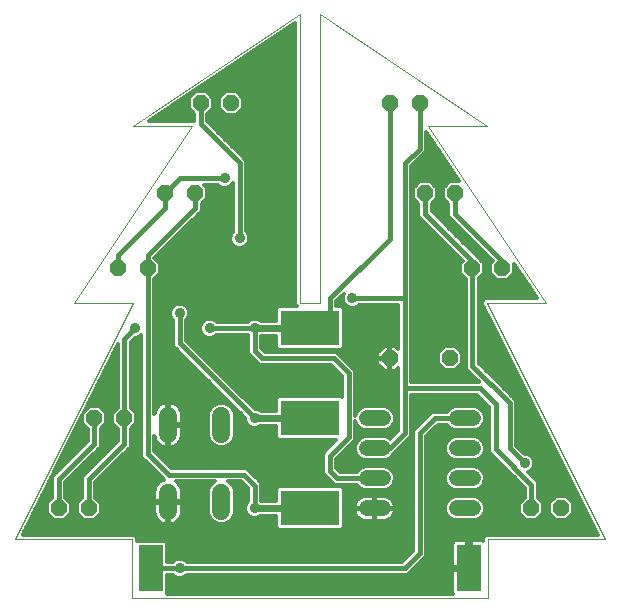
<source format=gbl>
G75*
G70*
%OFA0B0*%
%FSLAX24Y24*%
%IPPOS*%
%LPD*%
%AMOC8*
5,1,8,0,0,1.08239X$1,22.5*
%
%ADD10C,0.0000*%
%ADD11OC8,0.0520*%
%ADD12C,0.0520*%
%ADD13C,0.0600*%
%ADD14R,0.1969X0.1181*%
%ADD15R,0.0787X0.1575*%
%ADD16C,0.0160*%
%ADD17C,0.0357*%
%ADD18C,0.0120*%
%ADD19C,0.0240*%
D10*
X000665Y002634D02*
X004602Y010508D01*
X002634Y010508D01*
X006571Y016413D01*
X004602Y016413D01*
X010173Y020144D01*
X010173Y010508D01*
X010842Y010508D01*
X010842Y020144D01*
X016413Y016413D01*
X014445Y016413D01*
X018382Y010508D01*
X016413Y010508D01*
X020350Y002634D01*
X016445Y002634D01*
X016445Y000665D01*
X004571Y000665D01*
X004571Y002634D01*
X000665Y002634D01*
D11*
X002134Y003665D03*
X003134Y003665D03*
X003315Y006665D03*
X004315Y006665D03*
X004102Y011665D03*
X005102Y011665D03*
X005677Y014165D03*
X006677Y014165D03*
X006858Y017165D03*
X007858Y017165D03*
X013157Y017165D03*
X014157Y017165D03*
X014338Y014165D03*
X015338Y014165D03*
X015913Y011665D03*
X016913Y011665D03*
X015165Y008665D03*
X013165Y008665D03*
X017882Y003665D03*
X018882Y003665D03*
D12*
X015925Y003665D02*
X015405Y003665D01*
X015405Y004665D02*
X015925Y004665D01*
X015925Y005665D02*
X015405Y005665D01*
X015405Y006665D02*
X015925Y006665D01*
X012925Y006665D02*
X012405Y006665D01*
X012405Y005665D02*
X012925Y005665D01*
X012925Y004665D02*
X012405Y004665D01*
X012405Y003665D02*
X012925Y003665D01*
D13*
X007555Y003585D02*
X007555Y004185D01*
X005775Y004185D02*
X005775Y003585D01*
X005775Y006145D02*
X005775Y006745D01*
X007555Y006745D02*
X007555Y006145D01*
D14*
X010508Y006665D03*
X010508Y003665D03*
X010508Y009665D03*
D15*
X015807Y001665D03*
X005209Y001665D03*
D16*
X005665Y001665D01*
X006165Y001665D01*
X013665Y001665D01*
X014165Y002165D01*
X014165Y006165D01*
X014665Y006665D01*
X015665Y006665D01*
X016165Y007665D02*
X013665Y007665D01*
X013665Y006165D01*
X013165Y005665D01*
X012665Y005665D01*
X011790Y006040D02*
X011790Y008165D01*
X011290Y008665D01*
X008915Y008665D01*
X008665Y008915D01*
X008665Y009665D01*
X007165Y009665D01*
X006165Y009165D02*
X008665Y006665D01*
X008290Y004790D02*
X008665Y004415D01*
X008665Y003665D01*
X008290Y004790D02*
X005790Y004790D01*
X005102Y005478D01*
X005102Y011665D01*
X005102Y012102D01*
X006677Y013677D01*
X006677Y014165D01*
X006177Y014665D02*
X007665Y014665D01*
X008165Y015165D02*
X008165Y012665D01*
X006177Y014665D02*
X005677Y014165D01*
X005677Y013677D01*
X004102Y012102D01*
X004102Y011665D01*
X004665Y009665D02*
X004315Y009315D01*
X004315Y006665D01*
X004315Y005815D01*
X003134Y004634D01*
X003134Y003665D01*
X002134Y003665D02*
X002134Y004634D01*
X003315Y005815D01*
X003315Y006665D01*
X006165Y009165D02*
X006165Y010165D01*
X010508Y009665D02*
X010665Y009665D01*
X011165Y010165D01*
X011165Y010665D01*
X013157Y012657D01*
X013157Y017165D01*
X014157Y017165D02*
X014157Y015657D01*
X013665Y015165D01*
X013665Y010665D01*
X013665Y007665D01*
X011790Y006040D02*
X011165Y005415D01*
X011165Y004915D01*
X011415Y004665D01*
X012665Y004665D01*
X014665Y001665D02*
X015807Y001665D01*
X017882Y003665D02*
X017882Y004449D01*
X016701Y005630D01*
X016701Y007130D01*
X016165Y007665D01*
X015913Y008417D02*
X017165Y007165D01*
X017165Y005665D01*
X017665Y005165D01*
X015913Y008417D02*
X015913Y011665D01*
X015913Y011917D01*
X014338Y013492D01*
X014338Y014165D01*
X015338Y014165D02*
X015338Y013492D01*
X016913Y011917D01*
X016913Y011665D01*
X013665Y010665D02*
X011915Y010665D01*
X008165Y015165D02*
X006858Y016472D01*
X006858Y017165D01*
D17*
X007665Y014665D03*
X008165Y012665D03*
X006165Y010165D03*
X007165Y009665D03*
X008665Y009665D03*
X008665Y006665D03*
X008665Y003665D03*
X006165Y001665D03*
X004665Y009665D03*
X011915Y010665D03*
X017665Y005165D03*
X014665Y001665D03*
D18*
X014280Y001969D02*
X015253Y001969D01*
X015253Y001851D02*
X014162Y001851D01*
X014043Y001732D02*
X015253Y001732D01*
X015253Y001725D02*
X015747Y001725D01*
X015747Y001605D01*
X015253Y001605D01*
X015253Y000857D01*
X015262Y000825D01*
X005742Y000825D01*
X005742Y001445D01*
X005756Y001445D01*
X005935Y001445D01*
X005985Y001395D01*
X006102Y001347D01*
X006229Y001347D01*
X006346Y001395D01*
X006396Y001445D01*
X013756Y001445D01*
X013885Y001574D01*
X014385Y002074D01*
X014385Y002256D01*
X014385Y006074D01*
X014756Y006445D01*
X015063Y006445D01*
X015066Y006439D01*
X015179Y006326D01*
X015326Y006265D01*
X016005Y006265D01*
X016152Y006326D01*
X016264Y006439D01*
X016325Y006586D01*
X016325Y006745D01*
X016264Y006892D01*
X016152Y007004D01*
X016005Y007065D01*
X015326Y007065D01*
X015179Y007004D01*
X015066Y006892D01*
X015063Y006885D01*
X014756Y006885D01*
X014574Y006885D01*
X014074Y006385D01*
X013945Y006256D01*
X013945Y002256D01*
X013574Y001885D01*
X006396Y001885D01*
X006346Y001935D01*
X006229Y001984D01*
X006102Y001984D01*
X005985Y001935D01*
X005935Y001885D01*
X005756Y001885D01*
X005742Y001885D01*
X005742Y002511D01*
X005660Y002593D01*
X004757Y002593D01*
X004731Y002567D01*
X004731Y002700D01*
X004637Y002794D01*
X000924Y002794D01*
X002915Y006775D01*
X002915Y006500D01*
X003095Y006320D01*
X003095Y005906D01*
X002043Y004854D01*
X001914Y004725D01*
X001914Y004011D01*
X001734Y003831D01*
X001734Y003500D01*
X001968Y003265D01*
X002299Y003265D01*
X002534Y003500D01*
X002534Y003831D01*
X002354Y004011D01*
X002354Y004543D01*
X003535Y005724D01*
X003535Y005906D01*
X003535Y006320D01*
X003715Y006500D01*
X003715Y006831D01*
X003480Y007065D01*
X003149Y007065D01*
X002971Y006887D01*
X004095Y009135D01*
X004095Y007011D01*
X003915Y006831D01*
X003915Y006500D01*
X004095Y006320D01*
X004095Y005906D01*
X003043Y004854D01*
X002914Y004725D01*
X002914Y004011D01*
X002734Y003831D01*
X002734Y003500D01*
X002968Y003265D01*
X003299Y003265D01*
X003534Y003500D01*
X003534Y003831D01*
X003354Y004011D01*
X003354Y004543D01*
X004535Y005724D01*
X004535Y005906D01*
X004535Y006320D01*
X004715Y006500D01*
X004715Y006831D01*
X004535Y007011D01*
X004535Y009224D01*
X004658Y009347D01*
X004729Y009347D01*
X004846Y009395D01*
X004882Y009432D01*
X004882Y005569D01*
X004882Y005387D01*
X005570Y004699D01*
X005643Y004626D01*
X005599Y004611D01*
X005534Y004579D01*
X005476Y004536D01*
X005424Y004485D01*
X005382Y004426D01*
X005349Y004362D01*
X005327Y004293D01*
X005315Y004221D01*
X005315Y003925D01*
X005735Y003925D01*
X005735Y003845D01*
X005815Y003845D01*
X005815Y003126D01*
X005883Y003137D01*
X005952Y003159D01*
X006016Y003192D01*
X006075Y003234D01*
X006126Y003286D01*
X006169Y003344D01*
X006201Y003409D01*
X006224Y003477D01*
X006235Y003549D01*
X006235Y003845D01*
X005815Y003845D01*
X005815Y003925D01*
X006235Y003925D01*
X006235Y004221D01*
X006224Y004293D01*
X006201Y004362D01*
X006169Y004426D01*
X006126Y004485D01*
X006075Y004536D01*
X006028Y004570D01*
X007335Y004570D01*
X007306Y004558D01*
X007182Y004434D01*
X007115Y004273D01*
X007115Y003498D01*
X007182Y003336D01*
X007306Y003212D01*
X007468Y003145D01*
X007643Y003145D01*
X007804Y003212D01*
X007928Y003336D01*
X007995Y003498D01*
X007995Y004273D01*
X007928Y004434D01*
X007804Y004558D01*
X007775Y004570D01*
X008199Y004570D01*
X008445Y004324D01*
X008445Y003896D01*
X008395Y003846D01*
X008347Y003729D01*
X008347Y003602D01*
X008395Y003485D01*
X008485Y003395D01*
X008602Y003347D01*
X008729Y003347D01*
X008846Y003395D01*
X008856Y003405D01*
X009383Y003405D01*
X009383Y003017D01*
X009465Y002935D01*
X011550Y002935D01*
X011632Y003017D01*
X011632Y004314D01*
X011550Y004396D01*
X009465Y004396D01*
X009383Y004314D01*
X009383Y003925D01*
X008885Y003925D01*
X008885Y004506D01*
X008756Y004635D01*
X008381Y005010D01*
X008199Y005010D01*
X005881Y005010D01*
X005322Y005569D01*
X005322Y006065D01*
X005327Y006037D01*
X005349Y005969D01*
X005382Y005904D01*
X005424Y005846D01*
X005476Y005794D01*
X005534Y005752D01*
X005599Y005719D01*
X005667Y005697D01*
X005735Y005686D01*
X005735Y006405D01*
X005815Y006405D01*
X005815Y005686D01*
X005883Y005697D01*
X005952Y005719D01*
X006016Y005752D01*
X006075Y005794D01*
X006126Y005846D01*
X006169Y005904D01*
X006201Y005969D01*
X006224Y006037D01*
X006235Y006109D01*
X006235Y006405D01*
X005815Y006405D01*
X005815Y006485D01*
X005735Y006485D01*
X005735Y007205D01*
X005667Y007194D01*
X005599Y007171D01*
X005534Y007139D01*
X005476Y007096D01*
X005424Y007045D01*
X005382Y006986D01*
X005349Y006922D01*
X005327Y006853D01*
X005322Y006825D01*
X005322Y011320D01*
X005502Y011500D01*
X005502Y011831D01*
X005322Y012011D01*
X006897Y013586D01*
X006897Y013768D01*
X006897Y013820D01*
X007077Y014000D01*
X007077Y014331D01*
X006963Y014445D01*
X007435Y014445D01*
X007485Y014395D01*
X007602Y014347D01*
X007729Y014347D01*
X007846Y014395D01*
X007935Y014485D01*
X007945Y014509D01*
X007945Y012895D01*
X007895Y012846D01*
X007847Y012729D01*
X007847Y012602D01*
X007895Y012485D01*
X007985Y012395D01*
X008102Y012347D01*
X008229Y012347D01*
X008346Y012395D01*
X008435Y012485D01*
X008484Y012602D01*
X008484Y012729D01*
X008435Y012846D01*
X008385Y012895D01*
X008385Y015256D01*
X008256Y015385D01*
X007078Y016563D01*
X007078Y016820D01*
X007258Y017000D01*
X007258Y017331D01*
X007024Y017565D01*
X006692Y017565D01*
X006458Y017331D01*
X006458Y017000D01*
X006638Y016820D01*
X006638Y016572D01*
X006637Y016573D01*
X006619Y016573D01*
X006604Y016583D01*
X006555Y016573D01*
X005129Y016573D01*
X010013Y019844D01*
X010013Y010574D01*
X010013Y010441D01*
X010059Y010396D01*
X009465Y010396D01*
X009383Y010314D01*
X009383Y009925D01*
X008856Y009925D01*
X008846Y009935D01*
X008729Y009984D01*
X008602Y009984D01*
X008485Y009935D01*
X008435Y009885D01*
X007396Y009885D01*
X007346Y009935D01*
X007229Y009984D01*
X007102Y009984D01*
X006985Y009935D01*
X006895Y009846D01*
X006847Y009729D01*
X006847Y009602D01*
X006895Y009485D01*
X006985Y009395D01*
X007102Y009347D01*
X007229Y009347D01*
X007346Y009395D01*
X007396Y009445D01*
X008435Y009445D01*
X008445Y009435D01*
X008445Y008824D01*
X008574Y008695D01*
X008824Y008445D01*
X009006Y008445D01*
X011199Y008445D01*
X011570Y008074D01*
X011570Y007375D01*
X011550Y007396D01*
X009465Y007396D01*
X009383Y007314D01*
X009383Y006925D01*
X008856Y006925D01*
X008846Y006935D01*
X008729Y006984D01*
X008658Y006984D01*
X006385Y009256D01*
X006385Y009935D01*
X006435Y009985D01*
X006484Y010102D01*
X006484Y010229D01*
X006435Y010346D01*
X006346Y010435D01*
X006229Y010484D01*
X006102Y010484D01*
X005985Y010435D01*
X005895Y010346D01*
X005847Y010229D01*
X005847Y010102D01*
X005895Y009985D01*
X005945Y009935D01*
X005945Y009256D01*
X005945Y009074D01*
X008347Y006672D01*
X008347Y006602D01*
X008395Y006485D01*
X008485Y006395D01*
X008602Y006347D01*
X008729Y006347D01*
X008846Y006395D01*
X008856Y006405D01*
X009383Y006405D01*
X009383Y006017D01*
X009465Y005935D01*
X011374Y005935D01*
X010945Y005506D01*
X010945Y005324D01*
X010945Y004824D01*
X011074Y004695D01*
X011324Y004445D01*
X011506Y004445D01*
X012063Y004445D01*
X012066Y004439D01*
X012179Y004326D01*
X012326Y004265D01*
X013005Y004265D01*
X013152Y004326D01*
X013264Y004439D01*
X013325Y004586D01*
X013325Y004745D01*
X013264Y004892D01*
X013152Y005004D01*
X013005Y005065D01*
X012326Y005065D01*
X012179Y005004D01*
X012066Y004892D01*
X012063Y004885D01*
X011506Y004885D01*
X011385Y005006D01*
X011385Y005324D01*
X012010Y005949D01*
X012010Y006131D01*
X012010Y006574D01*
X012066Y006439D01*
X012179Y006326D01*
X012326Y006265D01*
X013005Y006265D01*
X013152Y006326D01*
X013264Y006439D01*
X013325Y006586D01*
X013325Y006745D01*
X013264Y006892D01*
X013152Y007004D01*
X013005Y007065D01*
X012326Y007065D01*
X012179Y007004D01*
X012066Y006892D01*
X012010Y006757D01*
X012010Y008074D01*
X012010Y008256D01*
X011510Y008756D01*
X011381Y008885D01*
X009006Y008885D01*
X008885Y009006D01*
X008885Y009405D01*
X009383Y009405D01*
X009383Y009017D01*
X009465Y008935D01*
X011550Y008935D01*
X011632Y009017D01*
X011632Y010314D01*
X011550Y010396D01*
X011385Y010396D01*
X011385Y010574D01*
X011637Y010826D01*
X011597Y010729D01*
X011597Y010602D01*
X011645Y010485D01*
X011735Y010395D01*
X011852Y010347D01*
X011979Y010347D01*
X012096Y010395D01*
X012146Y010445D01*
X013445Y010445D01*
X013445Y008979D01*
X013339Y009085D01*
X013185Y009085D01*
X013185Y008685D01*
X013145Y008685D01*
X013145Y008645D01*
X013185Y008645D01*
X013185Y008245D01*
X013339Y008245D01*
X013445Y008351D01*
X013445Y007756D01*
X013445Y006256D01*
X013172Y005984D01*
X013152Y006004D01*
X013005Y006065D01*
X012326Y006065D01*
X012179Y006004D01*
X012066Y005892D01*
X012005Y005745D01*
X012005Y005586D01*
X012066Y005439D01*
X012179Y005326D01*
X012326Y005265D01*
X013005Y005265D01*
X013152Y005326D01*
X013264Y005439D01*
X013275Y005463D01*
X013385Y005574D01*
X013885Y006074D01*
X013885Y006256D01*
X013885Y007445D01*
X016074Y007445D01*
X016481Y007039D01*
X016481Y005539D01*
X016609Y005410D01*
X016610Y005410D01*
X017662Y004358D01*
X017662Y004011D01*
X017482Y003831D01*
X017482Y003500D01*
X017716Y003265D01*
X018047Y003265D01*
X018282Y003500D01*
X018282Y003831D01*
X018102Y004011D01*
X018102Y004358D01*
X018102Y004540D01*
X017775Y004866D01*
X017846Y004895D01*
X017935Y004985D01*
X017984Y005102D01*
X017984Y005229D01*
X017935Y005346D01*
X017846Y005435D01*
X017729Y005484D01*
X017658Y005484D01*
X017385Y005756D01*
X017385Y007256D01*
X017256Y007385D01*
X016133Y008508D01*
X016133Y011320D01*
X016313Y011500D01*
X016313Y011831D01*
X016079Y012065D01*
X016076Y012065D01*
X016004Y012137D01*
X014558Y013583D01*
X014558Y013820D01*
X014738Y014000D01*
X014738Y014331D01*
X014504Y014565D01*
X014173Y014565D01*
X013938Y014331D01*
X013938Y014000D01*
X014118Y013820D01*
X014118Y013583D01*
X014118Y013401D01*
X015601Y011918D01*
X015513Y011831D01*
X015513Y011500D01*
X015693Y011320D01*
X015693Y008508D01*
X015693Y008326D01*
X016134Y007885D01*
X013885Y007885D01*
X013885Y010756D01*
X013885Y015074D01*
X014377Y015566D01*
X014377Y015748D01*
X014377Y016226D01*
X015484Y014565D01*
X015173Y014565D01*
X014938Y014331D01*
X014938Y014000D01*
X015118Y013820D01*
X015118Y013401D01*
X015247Y013272D01*
X016601Y011918D01*
X016513Y011831D01*
X016513Y011500D01*
X016748Y011265D01*
X017079Y011265D01*
X017313Y011500D01*
X017313Y011822D01*
X018082Y010668D01*
X016439Y010668D01*
X016401Y010681D01*
X016375Y010668D01*
X016347Y010668D01*
X016318Y010639D01*
X016282Y010621D01*
X016273Y010594D01*
X016253Y010574D01*
X016253Y010534D01*
X016240Y010495D01*
X016253Y010470D01*
X016253Y010441D01*
X016282Y010413D01*
X020091Y002794D01*
X016378Y002794D01*
X016285Y002700D01*
X016285Y002589D01*
X016262Y002602D01*
X016222Y002613D01*
X015867Y002613D01*
X015867Y001725D01*
X015747Y001725D01*
X015747Y002613D01*
X015392Y002613D01*
X015351Y002602D01*
X015315Y002581D01*
X015285Y002551D01*
X015264Y002514D01*
X015253Y002474D01*
X015253Y001725D01*
X015253Y001495D02*
X013806Y001495D01*
X013925Y001614D02*
X015747Y001614D01*
X015747Y001732D02*
X015867Y001732D01*
X015867Y001851D02*
X015747Y001851D01*
X015747Y001969D02*
X015867Y001969D01*
X015867Y002088D02*
X015747Y002088D01*
X015747Y002206D02*
X015867Y002206D01*
X015867Y002325D02*
X015747Y002325D01*
X015747Y002443D02*
X015867Y002443D01*
X015867Y002562D02*
X015747Y002562D01*
X015296Y002562D02*
X014385Y002562D01*
X014385Y002680D02*
X016285Y002680D01*
X016024Y003273D02*
X017708Y003273D01*
X017590Y003392D02*
X016217Y003392D01*
X016264Y003439D02*
X016152Y003326D01*
X016005Y003265D01*
X015326Y003265D01*
X015179Y003326D01*
X015066Y003439D01*
X015005Y003586D01*
X015005Y003745D01*
X015066Y003892D01*
X015179Y004004D01*
X015326Y004065D01*
X016005Y004065D01*
X016152Y004004D01*
X016264Y003892D01*
X016325Y003745D01*
X016325Y003586D01*
X016264Y003439D01*
X016294Y003510D02*
X017482Y003510D01*
X017482Y003629D02*
X016325Y003629D01*
X016324Y003747D02*
X017482Y003747D01*
X017517Y003866D02*
X016275Y003866D01*
X016172Y003984D02*
X017635Y003984D01*
X017662Y004103D02*
X014385Y004103D01*
X014385Y004221D02*
X017662Y004221D01*
X017662Y004340D02*
X016166Y004340D01*
X016152Y004326D02*
X016264Y004439D01*
X016325Y004586D01*
X016325Y004745D01*
X016264Y004892D01*
X016152Y005004D01*
X016005Y005065D01*
X015326Y005065D01*
X015179Y005004D01*
X015066Y004892D01*
X015005Y004745D01*
X015005Y004586D01*
X015066Y004439D01*
X015179Y004326D01*
X015326Y004265D01*
X016005Y004265D01*
X016152Y004326D01*
X016273Y004459D02*
X017561Y004459D01*
X017442Y004577D02*
X016322Y004577D01*
X016325Y004696D02*
X017324Y004696D01*
X017205Y004814D02*
X016296Y004814D01*
X016223Y004933D02*
X017086Y004933D01*
X016968Y005051D02*
X016038Y005051D01*
X016005Y005265D02*
X016152Y005326D01*
X016264Y005439D01*
X016325Y005586D01*
X016325Y005745D01*
X016264Y005892D01*
X016152Y006004D01*
X016005Y006065D01*
X015326Y006065D01*
X015179Y006004D01*
X015066Y005892D01*
X015005Y005745D01*
X015005Y005586D01*
X015066Y005439D01*
X015179Y005326D01*
X015326Y005265D01*
X016005Y005265D01*
X016061Y005288D02*
X016731Y005288D01*
X016849Y005170D02*
X014385Y005170D01*
X014385Y005288D02*
X015270Y005288D01*
X015098Y005407D02*
X014385Y005407D01*
X014385Y005525D02*
X015030Y005525D01*
X015005Y005644D02*
X014385Y005644D01*
X014385Y005763D02*
X015013Y005763D01*
X015062Y005881D02*
X014385Y005881D01*
X014385Y006000D02*
X015174Y006000D01*
X015149Y006355D02*
X014666Y006355D01*
X014548Y006237D02*
X016481Y006237D01*
X016481Y006355D02*
X016181Y006355D01*
X016279Y006474D02*
X016481Y006474D01*
X016481Y006592D02*
X016325Y006592D01*
X016325Y006711D02*
X016481Y006711D01*
X016481Y006829D02*
X016290Y006829D01*
X016208Y006948D02*
X016481Y006948D01*
X016453Y007067D02*
X013885Y007067D01*
X013885Y007185D02*
X016334Y007185D01*
X016216Y007304D02*
X013885Y007304D01*
X013885Y007422D02*
X016097Y007422D01*
X016123Y007896D02*
X013885Y007896D01*
X013885Y008015D02*
X016004Y008015D01*
X015886Y008133D02*
X013885Y008133D01*
X013885Y008252D02*
X015767Y008252D01*
X015693Y008371D02*
X015436Y008371D01*
X015331Y008265D02*
X015565Y008500D01*
X015565Y008831D01*
X015331Y009065D01*
X015000Y009065D01*
X014765Y008831D01*
X014765Y008500D01*
X015000Y008265D01*
X015331Y008265D01*
X015555Y008489D02*
X015693Y008489D01*
X015693Y008608D02*
X015565Y008608D01*
X015565Y008726D02*
X015693Y008726D01*
X015693Y008845D02*
X015551Y008845D01*
X015433Y008963D02*
X015693Y008963D01*
X015693Y009082D02*
X013885Y009082D01*
X013885Y009200D02*
X015693Y009200D01*
X015693Y009319D02*
X013885Y009319D01*
X013885Y009437D02*
X015693Y009437D01*
X015693Y009556D02*
X013885Y009556D01*
X013885Y009674D02*
X015693Y009674D01*
X015693Y009793D02*
X013885Y009793D01*
X013885Y009912D02*
X015693Y009912D01*
X015693Y010030D02*
X013885Y010030D01*
X013885Y010149D02*
X015693Y010149D01*
X015693Y010267D02*
X013885Y010267D01*
X013885Y010386D02*
X015693Y010386D01*
X015693Y010504D02*
X013885Y010504D01*
X013885Y010623D02*
X015693Y010623D01*
X015693Y010741D02*
X013885Y010741D01*
X013885Y010860D02*
X015693Y010860D01*
X015693Y010978D02*
X013885Y010978D01*
X013885Y011097D02*
X015693Y011097D01*
X015693Y011216D02*
X013885Y011216D01*
X013885Y011334D02*
X015679Y011334D01*
X015560Y011453D02*
X013885Y011453D01*
X013885Y011571D02*
X015513Y011571D01*
X015513Y011690D02*
X013885Y011690D01*
X013885Y011808D02*
X015513Y011808D01*
X015592Y011927D02*
X013885Y011927D01*
X013885Y012045D02*
X015474Y012045D01*
X015355Y012164D02*
X013885Y012164D01*
X013885Y012282D02*
X015237Y012282D01*
X015118Y012401D02*
X013885Y012401D01*
X013885Y012520D02*
X015000Y012520D01*
X014881Y012638D02*
X013885Y012638D01*
X013885Y012757D02*
X014763Y012757D01*
X014644Y012875D02*
X013885Y012875D01*
X013885Y012994D02*
X014526Y012994D01*
X014407Y013112D02*
X013885Y013112D01*
X013885Y013231D02*
X014288Y013231D01*
X014170Y013349D02*
X013885Y013349D01*
X013885Y013468D02*
X014118Y013468D01*
X014118Y013586D02*
X013885Y013586D01*
X013885Y013705D02*
X014118Y013705D01*
X014114Y013824D02*
X013885Y013824D01*
X013885Y013942D02*
X013996Y013942D01*
X013938Y014061D02*
X013885Y014061D01*
X013885Y014179D02*
X013938Y014179D01*
X013938Y014298D02*
X013885Y014298D01*
X013885Y014416D02*
X014024Y014416D01*
X014142Y014535D02*
X013885Y014535D01*
X013885Y014653D02*
X015425Y014653D01*
X015346Y014772D02*
X013885Y014772D01*
X013885Y014890D02*
X015267Y014890D01*
X015188Y015009D02*
X013885Y015009D01*
X013939Y015127D02*
X015109Y015127D01*
X015030Y015246D02*
X014057Y015246D01*
X014176Y015365D02*
X014951Y015365D01*
X014872Y015483D02*
X014294Y015483D01*
X014377Y015602D02*
X014793Y015602D01*
X014714Y015720D02*
X014377Y015720D01*
X014377Y015839D02*
X014635Y015839D01*
X014556Y015957D02*
X014377Y015957D01*
X014377Y016076D02*
X014477Y016076D01*
X014398Y016194D02*
X014377Y016194D01*
X014534Y014535D02*
X015142Y014535D01*
X015024Y014416D02*
X014653Y014416D01*
X014738Y014298D02*
X014938Y014298D01*
X014938Y014179D02*
X014738Y014179D01*
X014738Y014061D02*
X014938Y014061D01*
X014996Y013942D02*
X014681Y013942D01*
X014562Y013824D02*
X015114Y013824D01*
X015118Y013705D02*
X014558Y013705D01*
X014558Y013586D02*
X015118Y013586D01*
X015118Y013468D02*
X014674Y013468D01*
X014792Y013349D02*
X015170Y013349D01*
X015288Y013231D02*
X014911Y013231D01*
X015029Y013112D02*
X015407Y013112D01*
X015526Y012994D02*
X015148Y012994D01*
X015266Y012875D02*
X015644Y012875D01*
X015763Y012757D02*
X015385Y012757D01*
X015503Y012638D02*
X015881Y012638D01*
X016000Y012520D02*
X015622Y012520D01*
X015740Y012401D02*
X016118Y012401D01*
X016237Y012282D02*
X015859Y012282D01*
X015978Y012164D02*
X016355Y012164D01*
X016474Y012045D02*
X016099Y012045D01*
X016217Y011927D02*
X016592Y011927D01*
X016513Y011808D02*
X016313Y011808D01*
X016313Y011690D02*
X016513Y011690D01*
X016513Y011571D02*
X016313Y011571D01*
X016266Y011453D02*
X016560Y011453D01*
X016679Y011334D02*
X016148Y011334D01*
X016133Y011216D02*
X017717Y011216D01*
X017638Y011334D02*
X017148Y011334D01*
X017266Y011453D02*
X017559Y011453D01*
X017480Y011571D02*
X017313Y011571D01*
X017313Y011690D02*
X017401Y011690D01*
X017322Y011808D02*
X017313Y011808D01*
X017796Y011097D02*
X016133Y011097D01*
X016133Y010978D02*
X017875Y010978D01*
X017954Y010860D02*
X016133Y010860D01*
X016133Y010741D02*
X018033Y010741D01*
X016710Y009556D02*
X016133Y009556D01*
X016133Y009674D02*
X016651Y009674D01*
X016591Y009793D02*
X016133Y009793D01*
X016133Y009912D02*
X016532Y009912D01*
X016473Y010030D02*
X016133Y010030D01*
X016133Y010149D02*
X016414Y010149D01*
X016354Y010267D02*
X016133Y010267D01*
X016133Y010386D02*
X016295Y010386D01*
X016243Y010504D02*
X016133Y010504D01*
X016133Y010623D02*
X016285Y010623D01*
X016133Y009437D02*
X016769Y009437D01*
X016829Y009319D02*
X016133Y009319D01*
X016133Y009200D02*
X016888Y009200D01*
X016947Y009082D02*
X016133Y009082D01*
X016133Y008963D02*
X017006Y008963D01*
X017066Y008845D02*
X016133Y008845D01*
X016133Y008726D02*
X017125Y008726D01*
X017184Y008608D02*
X016133Y008608D01*
X016152Y008489D02*
X017243Y008489D01*
X017303Y008371D02*
X016271Y008371D01*
X016389Y008252D02*
X017362Y008252D01*
X017421Y008133D02*
X016508Y008133D01*
X016627Y008015D02*
X017481Y008015D01*
X017540Y007896D02*
X016745Y007896D01*
X016864Y007778D02*
X017599Y007778D01*
X017658Y007659D02*
X016982Y007659D01*
X017101Y007541D02*
X017718Y007541D01*
X017777Y007422D02*
X017219Y007422D01*
X017338Y007304D02*
X017836Y007304D01*
X017895Y007185D02*
X017385Y007185D01*
X017385Y007067D02*
X017955Y007067D01*
X018014Y006948D02*
X017385Y006948D01*
X017385Y006829D02*
X018073Y006829D01*
X018133Y006711D02*
X017385Y006711D01*
X017385Y006592D02*
X018192Y006592D01*
X018251Y006474D02*
X017385Y006474D01*
X017385Y006355D02*
X018310Y006355D01*
X018370Y006237D02*
X017385Y006237D01*
X017385Y006118D02*
X018429Y006118D01*
X018488Y006000D02*
X017385Y006000D01*
X017385Y005881D02*
X018547Y005881D01*
X018607Y005763D02*
X017385Y005763D01*
X017497Y005644D02*
X018666Y005644D01*
X018725Y005525D02*
X017616Y005525D01*
X017874Y005407D02*
X018784Y005407D01*
X018844Y005288D02*
X017959Y005288D01*
X017984Y005170D02*
X018903Y005170D01*
X018962Y005051D02*
X017963Y005051D01*
X017883Y004933D02*
X019022Y004933D01*
X019081Y004814D02*
X017827Y004814D01*
X017946Y004696D02*
X019140Y004696D01*
X019199Y004577D02*
X018064Y004577D01*
X018102Y004459D02*
X019259Y004459D01*
X019318Y004340D02*
X018102Y004340D01*
X018102Y004221D02*
X019377Y004221D01*
X019436Y004103D02*
X018102Y004103D01*
X018128Y003984D02*
X018635Y003984D01*
X018716Y004065D02*
X018482Y003831D01*
X018482Y003500D01*
X018716Y003265D01*
X019047Y003265D01*
X019282Y003500D01*
X019282Y003831D01*
X019047Y004065D01*
X018716Y004065D01*
X018517Y003866D02*
X018247Y003866D01*
X018282Y003747D02*
X018482Y003747D01*
X018482Y003629D02*
X018282Y003629D01*
X018282Y003510D02*
X018482Y003510D01*
X018590Y003392D02*
X018174Y003392D01*
X018055Y003273D02*
X018708Y003273D01*
X019055Y003273D02*
X019851Y003273D01*
X019792Y003392D02*
X019174Y003392D01*
X019282Y003510D02*
X019733Y003510D01*
X019674Y003629D02*
X019282Y003629D01*
X019282Y003747D02*
X019614Y003747D01*
X019555Y003866D02*
X019247Y003866D01*
X019128Y003984D02*
X019496Y003984D01*
X019911Y003155D02*
X014385Y003155D01*
X014385Y003273D02*
X015306Y003273D01*
X015113Y003392D02*
X014385Y003392D01*
X014385Y003510D02*
X015036Y003510D01*
X015005Y003629D02*
X014385Y003629D01*
X014385Y003747D02*
X015006Y003747D01*
X015055Y003866D02*
X014385Y003866D01*
X014385Y003984D02*
X015159Y003984D01*
X015165Y004340D02*
X014385Y004340D01*
X014385Y004459D02*
X015058Y004459D01*
X015009Y004577D02*
X014385Y004577D01*
X014385Y004696D02*
X015005Y004696D01*
X015034Y004814D02*
X014385Y004814D01*
X014385Y004933D02*
X015107Y004933D01*
X015292Y005051D02*
X014385Y005051D01*
X013945Y005051D02*
X013038Y005051D01*
X013223Y004933D02*
X013945Y004933D01*
X013945Y004814D02*
X013296Y004814D01*
X013325Y004696D02*
X013945Y004696D01*
X013945Y004577D02*
X013322Y004577D01*
X013273Y004459D02*
X013945Y004459D01*
X013945Y004340D02*
X013166Y004340D01*
X013086Y004054D02*
X013024Y004075D01*
X012958Y004085D01*
X012685Y004085D01*
X012685Y003685D01*
X012645Y003685D01*
X012645Y003645D01*
X012685Y003645D01*
X012685Y003245D01*
X012958Y003245D01*
X013024Y003256D01*
X013086Y003276D01*
X013145Y003306D01*
X013199Y003345D01*
X013246Y003392D01*
X013945Y003392D01*
X013945Y003510D02*
X013316Y003510D01*
X013314Y003504D02*
X013335Y003567D01*
X013345Y003632D01*
X013345Y003645D01*
X012685Y003645D01*
X012685Y003685D01*
X013345Y003685D01*
X013345Y003698D01*
X013335Y003764D01*
X013314Y003826D01*
X013284Y003885D01*
X013246Y003939D01*
X013199Y003986D01*
X013145Y004024D01*
X013086Y004054D01*
X013200Y003984D02*
X013945Y003984D01*
X013945Y003866D02*
X013294Y003866D01*
X013337Y003747D02*
X013945Y003747D01*
X013945Y003629D02*
X013345Y003629D01*
X013314Y003504D02*
X013284Y003445D01*
X013246Y003392D01*
X013078Y003273D02*
X013945Y003273D01*
X013945Y003155D02*
X011632Y003155D01*
X011632Y003273D02*
X012253Y003273D01*
X012244Y003276D02*
X012307Y003256D01*
X012372Y003245D01*
X012645Y003245D01*
X012645Y003645D01*
X011985Y003645D01*
X011985Y003632D01*
X011996Y003567D01*
X012016Y003504D01*
X012046Y003445D01*
X012085Y003392D01*
X011632Y003392D01*
X011632Y003510D02*
X012014Y003510D01*
X011986Y003629D02*
X011632Y003629D01*
X011632Y003747D02*
X011993Y003747D01*
X011996Y003764D02*
X011985Y003698D01*
X011985Y003685D01*
X012645Y003685D01*
X012645Y004085D01*
X012372Y004085D01*
X012307Y004075D01*
X012244Y004054D01*
X012185Y004024D01*
X012132Y003986D01*
X012085Y003939D01*
X012046Y003885D01*
X012016Y003826D01*
X011996Y003764D01*
X012036Y003866D02*
X011632Y003866D01*
X011632Y003984D02*
X012130Y003984D01*
X012165Y004340D02*
X011606Y004340D01*
X011632Y004221D02*
X013945Y004221D01*
X013945Y004103D02*
X011632Y004103D01*
X011311Y004459D02*
X008885Y004459D01*
X008885Y004340D02*
X009410Y004340D01*
X009383Y004221D02*
X008885Y004221D01*
X008885Y004103D02*
X009383Y004103D01*
X009383Y003984D02*
X008885Y003984D01*
X008445Y003984D02*
X007995Y003984D01*
X007995Y003866D02*
X008416Y003866D01*
X008355Y003747D02*
X007995Y003747D01*
X007995Y003629D02*
X008347Y003629D01*
X008385Y003510D02*
X007995Y003510D01*
X007951Y003392D02*
X008493Y003392D01*
X008837Y003392D02*
X009383Y003392D01*
X009383Y003273D02*
X007865Y003273D01*
X007665Y003155D02*
X009383Y003155D01*
X009383Y003036D02*
X001045Y003036D01*
X000986Y002918D02*
X013945Y002918D01*
X013945Y003036D02*
X011632Y003036D01*
X012085Y003392D02*
X012132Y003345D01*
X012185Y003306D01*
X012244Y003276D01*
X012645Y003273D02*
X012685Y003273D01*
X012685Y003392D02*
X012645Y003392D01*
X012645Y003510D02*
X012685Y003510D01*
X012685Y003629D02*
X012645Y003629D01*
X012645Y003747D02*
X012685Y003747D01*
X012685Y003866D02*
X012645Y003866D01*
X012645Y003984D02*
X012685Y003984D01*
X012107Y004933D02*
X011459Y004933D01*
X011385Y005051D02*
X012292Y005051D01*
X012270Y005288D02*
X011385Y005288D01*
X011385Y005170D02*
X013945Y005170D01*
X013945Y005288D02*
X013061Y005288D01*
X013233Y005407D02*
X013945Y005407D01*
X013945Y005525D02*
X013337Y005525D01*
X013455Y005644D02*
X013945Y005644D01*
X013945Y005763D02*
X013574Y005763D01*
X013692Y005881D02*
X013945Y005881D01*
X013945Y006000D02*
X013811Y006000D01*
X013885Y006118D02*
X013945Y006118D01*
X013945Y006237D02*
X013885Y006237D01*
X013885Y006355D02*
X014044Y006355D01*
X014163Y006474D02*
X013885Y006474D01*
X013885Y006592D02*
X014281Y006592D01*
X014400Y006711D02*
X013885Y006711D01*
X013885Y006829D02*
X014518Y006829D01*
X015122Y006948D02*
X013885Y006948D01*
X013445Y006948D02*
X013208Y006948D01*
X013290Y006829D02*
X013445Y006829D01*
X013445Y006711D02*
X013325Y006711D01*
X013325Y006592D02*
X013445Y006592D01*
X013445Y006474D02*
X013279Y006474D01*
X013181Y006355D02*
X013445Y006355D01*
X013426Y006237D02*
X012010Y006237D01*
X012010Y006355D02*
X012149Y006355D01*
X012051Y006474D02*
X012010Y006474D01*
X012010Y006118D02*
X013307Y006118D01*
X013189Y006000D02*
X013156Y006000D01*
X012174Y006000D02*
X012010Y006000D01*
X012062Y005881D02*
X011942Y005881D01*
X012013Y005763D02*
X011824Y005763D01*
X011705Y005644D02*
X012005Y005644D01*
X012030Y005525D02*
X011587Y005525D01*
X011468Y005407D02*
X012098Y005407D01*
X011320Y005881D02*
X007913Y005881D01*
X007928Y005896D02*
X007804Y005772D01*
X007643Y005705D01*
X007468Y005705D01*
X007306Y005772D01*
X007182Y005896D01*
X007115Y006058D01*
X007115Y006833D01*
X007182Y006994D01*
X007306Y007118D01*
X007468Y007185D01*
X007643Y007185D01*
X007834Y007185D01*
X007804Y007118D02*
X007643Y007185D01*
X007716Y007304D02*
X005322Y007304D01*
X005322Y007422D02*
X007597Y007422D01*
X007479Y007541D02*
X005322Y007541D01*
X005322Y007659D02*
X007360Y007659D01*
X007241Y007778D02*
X005322Y007778D01*
X005322Y007896D02*
X007123Y007896D01*
X007004Y008015D02*
X005322Y008015D01*
X005322Y008133D02*
X006886Y008133D01*
X006767Y008252D02*
X005322Y008252D01*
X005322Y008371D02*
X006649Y008371D01*
X006530Y008489D02*
X005322Y008489D01*
X005322Y008608D02*
X006412Y008608D01*
X006293Y008726D02*
X005322Y008726D01*
X005322Y008845D02*
X006175Y008845D01*
X006056Y008963D02*
X005322Y008963D01*
X005322Y009082D02*
X005945Y009082D01*
X005945Y009200D02*
X005322Y009200D01*
X005322Y009319D02*
X005945Y009319D01*
X005945Y009437D02*
X005322Y009437D01*
X005322Y009556D02*
X005945Y009556D01*
X005945Y009674D02*
X005322Y009674D01*
X005322Y009793D02*
X005945Y009793D01*
X005945Y009912D02*
X005322Y009912D01*
X005322Y010030D02*
X005876Y010030D01*
X005847Y010149D02*
X005322Y010149D01*
X005322Y010267D02*
X005863Y010267D01*
X005935Y010386D02*
X005322Y010386D01*
X005322Y010504D02*
X010013Y010504D01*
X010013Y010623D02*
X005322Y010623D01*
X005322Y010741D02*
X010013Y010741D01*
X010013Y010860D02*
X005322Y010860D01*
X005322Y010978D02*
X010013Y010978D01*
X010013Y011097D02*
X005322Y011097D01*
X005322Y011216D02*
X010013Y011216D01*
X010013Y011334D02*
X005337Y011334D01*
X005455Y011453D02*
X010013Y011453D01*
X010013Y011571D02*
X005502Y011571D01*
X005502Y011690D02*
X010013Y011690D01*
X010013Y011808D02*
X005502Y011808D01*
X005406Y011927D02*
X010013Y011927D01*
X010013Y012045D02*
X005356Y012045D01*
X005322Y012011D02*
X005322Y012011D01*
X005475Y012164D02*
X010013Y012164D01*
X010013Y012282D02*
X005594Y012282D01*
X005712Y012401D02*
X007979Y012401D01*
X007881Y012520D02*
X005831Y012520D01*
X005949Y012638D02*
X007847Y012638D01*
X007858Y012757D02*
X006068Y012757D01*
X006186Y012875D02*
X007925Y012875D01*
X007945Y012994D02*
X006305Y012994D01*
X006423Y013112D02*
X007945Y013112D01*
X007945Y013231D02*
X006542Y013231D01*
X006660Y013349D02*
X007945Y013349D01*
X007945Y013468D02*
X006779Y013468D01*
X006897Y013586D02*
X007945Y013586D01*
X007945Y013705D02*
X006897Y013705D01*
X006901Y013824D02*
X007945Y013824D01*
X007945Y013942D02*
X007019Y013942D01*
X007077Y014061D02*
X007945Y014061D01*
X007945Y014179D02*
X007077Y014179D01*
X007077Y014298D02*
X007945Y014298D01*
X007945Y014416D02*
X007867Y014416D01*
X007464Y014416D02*
X006992Y014416D01*
X008158Y015483D02*
X010013Y015483D01*
X010013Y015365D02*
X008277Y015365D01*
X008385Y015246D02*
X010013Y015246D01*
X010013Y015127D02*
X008385Y015127D01*
X008385Y015009D02*
X010013Y015009D01*
X010013Y014890D02*
X008385Y014890D01*
X008385Y014772D02*
X010013Y014772D01*
X010013Y014653D02*
X008385Y014653D01*
X008385Y014535D02*
X010013Y014535D01*
X010013Y014416D02*
X008385Y014416D01*
X008385Y014298D02*
X010013Y014298D01*
X010013Y014179D02*
X008385Y014179D01*
X008385Y014061D02*
X010013Y014061D01*
X010013Y013942D02*
X008385Y013942D01*
X008385Y013824D02*
X010013Y013824D01*
X010013Y013705D02*
X008385Y013705D01*
X008385Y013586D02*
X010013Y013586D01*
X010013Y013468D02*
X008385Y013468D01*
X008385Y013349D02*
X010013Y013349D01*
X010013Y013231D02*
X008385Y013231D01*
X008385Y013112D02*
X010013Y013112D01*
X010013Y012994D02*
X008385Y012994D01*
X008406Y012875D02*
X010013Y012875D01*
X010013Y012757D02*
X008472Y012757D01*
X008484Y012638D02*
X010013Y012638D01*
X010013Y012520D02*
X008449Y012520D01*
X008351Y012401D02*
X010013Y012401D01*
X011552Y010741D02*
X011602Y010741D01*
X011597Y010623D02*
X011434Y010623D01*
X011385Y010504D02*
X011637Y010504D01*
X011560Y010386D02*
X011758Y010386D01*
X011632Y010267D02*
X013445Y010267D01*
X013445Y010149D02*
X011632Y010149D01*
X011632Y010030D02*
X013445Y010030D01*
X013445Y009912D02*
X011632Y009912D01*
X011632Y009793D02*
X013445Y009793D01*
X013445Y009674D02*
X011632Y009674D01*
X011632Y009556D02*
X013445Y009556D01*
X013445Y009437D02*
X011632Y009437D01*
X011632Y009319D02*
X013445Y009319D01*
X013445Y009200D02*
X011632Y009200D01*
X011632Y009082D02*
X012988Y009082D01*
X012991Y009085D02*
X012745Y008839D01*
X012745Y008685D01*
X013145Y008685D01*
X013145Y009085D01*
X012991Y009085D01*
X013145Y009082D02*
X013185Y009082D01*
X013185Y008963D02*
X013145Y008963D01*
X013145Y008845D02*
X013185Y008845D01*
X013185Y008726D02*
X013145Y008726D01*
X013145Y008645D02*
X012745Y008645D01*
X012745Y008491D01*
X012991Y008245D01*
X013145Y008245D01*
X013145Y008645D01*
X013145Y008608D02*
X013185Y008608D01*
X013185Y008489D02*
X013145Y008489D01*
X013145Y008371D02*
X013185Y008371D01*
X013185Y008252D02*
X013145Y008252D01*
X012984Y008252D02*
X012010Y008252D01*
X012010Y008133D02*
X013445Y008133D01*
X013445Y008015D02*
X012010Y008015D01*
X012010Y007896D02*
X013445Y007896D01*
X013445Y007778D02*
X012010Y007778D01*
X012010Y007659D02*
X013445Y007659D01*
X013445Y007541D02*
X012010Y007541D01*
X012010Y007422D02*
X013445Y007422D01*
X013445Y007304D02*
X012010Y007304D01*
X012010Y007185D02*
X013445Y007185D01*
X013445Y007067D02*
X012010Y007067D01*
X012010Y006948D02*
X012122Y006948D01*
X012040Y006829D02*
X012010Y006829D01*
X011570Y007422D02*
X008219Y007422D01*
X008101Y007541D02*
X011570Y007541D01*
X011570Y007659D02*
X007982Y007659D01*
X007864Y007778D02*
X011570Y007778D01*
X011570Y007896D02*
X007745Y007896D01*
X007627Y008015D02*
X011570Y008015D01*
X011511Y008133D02*
X007508Y008133D01*
X007389Y008252D02*
X011392Y008252D01*
X011274Y008371D02*
X007271Y008371D01*
X007152Y008489D02*
X008780Y008489D01*
X008662Y008608D02*
X007034Y008608D01*
X006915Y008726D02*
X008543Y008726D01*
X008445Y008845D02*
X006797Y008845D01*
X006678Y008963D02*
X008445Y008963D01*
X008445Y009082D02*
X006560Y009082D01*
X006441Y009200D02*
X008445Y009200D01*
X008445Y009319D02*
X006385Y009319D01*
X006385Y009437D02*
X006943Y009437D01*
X006866Y009556D02*
X006385Y009556D01*
X006385Y009674D02*
X006847Y009674D01*
X006874Y009793D02*
X006385Y009793D01*
X006385Y009912D02*
X006961Y009912D01*
X007369Y009912D02*
X008461Y009912D01*
X008443Y009437D02*
X007388Y009437D01*
X006484Y010149D02*
X009383Y010149D01*
X009383Y010267D02*
X006468Y010267D01*
X006395Y010386D02*
X009455Y010386D01*
X009383Y010030D02*
X006454Y010030D01*
X004882Y009319D02*
X004630Y009319D01*
X004535Y009200D02*
X004882Y009200D01*
X004882Y009082D02*
X004535Y009082D01*
X004535Y008963D02*
X004882Y008963D01*
X004882Y008845D02*
X004535Y008845D01*
X004535Y008726D02*
X004882Y008726D01*
X004882Y008608D02*
X004535Y008608D01*
X004535Y008489D02*
X004882Y008489D01*
X004882Y008371D02*
X004535Y008371D01*
X004535Y008252D02*
X004882Y008252D01*
X004882Y008133D02*
X004535Y008133D01*
X004535Y008015D02*
X004882Y008015D01*
X004882Y007896D02*
X004535Y007896D01*
X004535Y007778D02*
X004882Y007778D01*
X004882Y007659D02*
X004535Y007659D01*
X004535Y007541D02*
X004882Y007541D01*
X004882Y007422D02*
X004535Y007422D01*
X004535Y007304D02*
X004882Y007304D01*
X004882Y007185D02*
X004535Y007185D01*
X004535Y007067D02*
X004882Y007067D01*
X004882Y006948D02*
X004598Y006948D01*
X004715Y006829D02*
X004882Y006829D01*
X004882Y006711D02*
X004715Y006711D01*
X004715Y006592D02*
X004882Y006592D01*
X004882Y006474D02*
X004689Y006474D01*
X004571Y006355D02*
X004882Y006355D01*
X004882Y006237D02*
X004535Y006237D01*
X004535Y006118D02*
X004882Y006118D01*
X004882Y006000D02*
X004535Y006000D01*
X004535Y005881D02*
X004882Y005881D01*
X004882Y005763D02*
X004535Y005763D01*
X004455Y005644D02*
X004882Y005644D01*
X004882Y005525D02*
X004337Y005525D01*
X004218Y005407D02*
X004882Y005407D01*
X004981Y005288D02*
X004099Y005288D01*
X003981Y005170D02*
X005099Y005170D01*
X005218Y005051D02*
X003862Y005051D01*
X003744Y004933D02*
X005336Y004933D01*
X005455Y004814D02*
X003625Y004814D01*
X003507Y004696D02*
X005574Y004696D01*
X005532Y004577D02*
X003388Y004577D01*
X003354Y004459D02*
X005405Y004459D01*
X005342Y004340D02*
X003354Y004340D01*
X003354Y004221D02*
X005315Y004221D01*
X005315Y004103D02*
X003354Y004103D01*
X003380Y003984D02*
X005315Y003984D01*
X005315Y003845D02*
X005315Y003549D01*
X005327Y003477D01*
X005349Y003409D01*
X005382Y003344D01*
X005424Y003286D01*
X005476Y003234D01*
X005534Y003192D01*
X005599Y003159D01*
X005667Y003137D01*
X005735Y003126D01*
X005735Y003845D01*
X005315Y003845D01*
X005315Y003747D02*
X003534Y003747D01*
X003534Y003629D02*
X005315Y003629D01*
X005321Y003510D02*
X003534Y003510D01*
X003426Y003392D02*
X005357Y003392D01*
X005437Y003273D02*
X003307Y003273D01*
X002960Y003273D02*
X002307Y003273D01*
X002426Y003392D02*
X002842Y003392D01*
X002734Y003510D02*
X002534Y003510D01*
X002534Y003629D02*
X002734Y003629D01*
X002734Y003747D02*
X002534Y003747D01*
X002499Y003866D02*
X002769Y003866D01*
X002887Y003984D02*
X002380Y003984D01*
X002354Y004103D02*
X002914Y004103D01*
X002914Y004221D02*
X002354Y004221D01*
X002354Y004340D02*
X002914Y004340D01*
X002914Y004459D02*
X002354Y004459D01*
X002388Y004577D02*
X002914Y004577D01*
X002914Y004696D02*
X002507Y004696D01*
X002625Y004814D02*
X003003Y004814D01*
X003122Y004933D02*
X002744Y004933D01*
X002862Y005051D02*
X003240Y005051D01*
X003359Y005170D02*
X002981Y005170D01*
X003099Y005288D02*
X003477Y005288D01*
X003596Y005407D02*
X003218Y005407D01*
X003337Y005525D02*
X003714Y005525D01*
X003833Y005644D02*
X003455Y005644D01*
X003535Y005763D02*
X003951Y005763D01*
X004070Y005881D02*
X003535Y005881D01*
X003535Y006000D02*
X004095Y006000D01*
X004095Y006118D02*
X003535Y006118D01*
X003535Y006237D02*
X004095Y006237D01*
X004059Y006355D02*
X003571Y006355D01*
X003689Y006474D02*
X003941Y006474D01*
X003915Y006592D02*
X003715Y006592D01*
X003715Y006711D02*
X003915Y006711D01*
X003915Y006829D02*
X003715Y006829D01*
X003598Y006948D02*
X004032Y006948D01*
X004095Y007067D02*
X003061Y007067D01*
X003032Y006948D02*
X003001Y006948D01*
X002915Y006711D02*
X002883Y006711D01*
X002915Y006592D02*
X002824Y006592D01*
X002764Y006474D02*
X002941Y006474D01*
X003059Y006355D02*
X002705Y006355D01*
X002646Y006237D02*
X003095Y006237D01*
X003095Y006118D02*
X002586Y006118D01*
X002527Y006000D02*
X003095Y006000D01*
X003070Y005881D02*
X002468Y005881D01*
X002409Y005763D02*
X002951Y005763D01*
X002833Y005644D02*
X002349Y005644D01*
X002290Y005525D02*
X002714Y005525D01*
X002596Y005407D02*
X002231Y005407D01*
X002172Y005288D02*
X002477Y005288D01*
X002359Y005170D02*
X002112Y005170D01*
X002053Y005051D02*
X002240Y005051D01*
X002122Y004933D02*
X001994Y004933D01*
X002003Y004814D02*
X001934Y004814D01*
X001914Y004696D02*
X001875Y004696D01*
X001914Y004577D02*
X001816Y004577D01*
X001757Y004459D02*
X001914Y004459D01*
X001914Y004340D02*
X001697Y004340D01*
X001638Y004221D02*
X001914Y004221D01*
X001914Y004103D02*
X001579Y004103D01*
X001520Y003984D02*
X001887Y003984D01*
X001769Y003866D02*
X001460Y003866D01*
X001401Y003747D02*
X001734Y003747D01*
X001734Y003629D02*
X001342Y003629D01*
X001282Y003510D02*
X001734Y003510D01*
X001842Y003392D02*
X001223Y003392D01*
X001164Y003273D02*
X001960Y003273D01*
X001105Y003155D02*
X005612Y003155D01*
X005735Y003155D02*
X005815Y003155D01*
X005815Y003273D02*
X005735Y003273D01*
X005735Y003392D02*
X005815Y003392D01*
X005815Y003510D02*
X005735Y003510D01*
X005735Y003629D02*
X005815Y003629D01*
X005815Y003747D02*
X005735Y003747D01*
X005735Y003866D02*
X003499Y003866D01*
X004731Y002680D02*
X013945Y002680D01*
X013945Y002562D02*
X005691Y002562D01*
X005742Y002443D02*
X013945Y002443D01*
X013945Y002325D02*
X005742Y002325D01*
X005742Y002206D02*
X013895Y002206D01*
X013777Y002088D02*
X005742Y002088D01*
X005742Y001969D02*
X006067Y001969D01*
X006263Y001969D02*
X013658Y001969D01*
X014385Y002088D02*
X015253Y002088D01*
X015253Y002206D02*
X014385Y002206D01*
X014385Y002325D02*
X015253Y002325D01*
X015253Y002443D02*
X014385Y002443D01*
X014385Y002799D02*
X020088Y002799D01*
X020029Y002918D02*
X014385Y002918D01*
X014385Y003036D02*
X019970Y003036D01*
X016612Y005407D02*
X016233Y005407D01*
X016300Y005525D02*
X016494Y005525D01*
X016481Y005644D02*
X016325Y005644D01*
X016318Y005763D02*
X016481Y005763D01*
X016481Y005881D02*
X016269Y005881D01*
X016156Y006000D02*
X016481Y006000D01*
X016481Y006118D02*
X014429Y006118D01*
X013445Y008252D02*
X013346Y008252D01*
X013885Y008371D02*
X014894Y008371D01*
X014776Y008489D02*
X013885Y008489D01*
X013885Y008608D02*
X014765Y008608D01*
X014765Y008726D02*
X013885Y008726D01*
X013885Y008845D02*
X014779Y008845D01*
X014898Y008963D02*
X013885Y008963D01*
X013445Y009082D02*
X013343Y009082D01*
X012869Y008963D02*
X011579Y008963D01*
X011422Y008845D02*
X012751Y008845D01*
X012745Y008726D02*
X011540Y008726D01*
X011510Y008756D02*
X011510Y008756D01*
X011659Y008608D02*
X012745Y008608D01*
X012747Y008489D02*
X011777Y008489D01*
X011896Y008371D02*
X012866Y008371D01*
X013445Y010386D02*
X012073Y010386D01*
X009383Y009319D02*
X008885Y009319D01*
X008885Y009200D02*
X009383Y009200D01*
X009383Y009082D02*
X008885Y009082D01*
X008928Y008963D02*
X009437Y008963D01*
X009383Y007304D02*
X008338Y007304D01*
X008456Y007185D02*
X009383Y007185D01*
X009383Y007067D02*
X008575Y007067D01*
X008814Y006948D02*
X009383Y006948D01*
X009383Y006355D02*
X008749Y006355D01*
X008581Y006355D02*
X007995Y006355D01*
X007995Y006237D02*
X009383Y006237D01*
X009383Y006118D02*
X007995Y006118D01*
X007995Y006058D02*
X007928Y005896D01*
X007971Y006000D02*
X009400Y006000D01*
X008406Y006474D02*
X007995Y006474D01*
X007995Y006592D02*
X008351Y006592D01*
X008308Y006711D02*
X007995Y006711D01*
X007995Y006829D02*
X008190Y006829D01*
X008071Y006948D02*
X007947Y006948D01*
X007928Y006994D02*
X007804Y007118D01*
X007856Y007067D02*
X007953Y007067D01*
X007928Y006994D02*
X007995Y006833D01*
X007995Y006058D01*
X007781Y005763D02*
X011201Y005763D01*
X011083Y005644D02*
X005322Y005644D01*
X005322Y005763D02*
X005519Y005763D01*
X005398Y005881D02*
X005322Y005881D01*
X005322Y006000D02*
X005339Y006000D01*
X005735Y006000D02*
X005815Y006000D01*
X005815Y006118D02*
X005735Y006118D01*
X005735Y006237D02*
X005815Y006237D01*
X005815Y006355D02*
X005735Y006355D01*
X005815Y006474D02*
X007115Y006474D01*
X007115Y006592D02*
X006235Y006592D01*
X006235Y006485D02*
X006235Y006781D01*
X006224Y006853D01*
X006201Y006922D01*
X006169Y006986D01*
X006126Y007045D01*
X006075Y007096D01*
X006016Y007139D01*
X005952Y007171D01*
X005883Y007194D01*
X005815Y007205D01*
X005815Y006485D01*
X006235Y006485D01*
X006235Y006355D02*
X007115Y006355D01*
X007115Y006237D02*
X006235Y006237D01*
X006235Y006118D02*
X007115Y006118D01*
X007139Y006000D02*
X006212Y006000D01*
X006152Y005881D02*
X007197Y005881D01*
X007329Y005763D02*
X006031Y005763D01*
X005815Y005763D02*
X005735Y005763D01*
X005735Y005881D02*
X005815Y005881D01*
X005366Y005525D02*
X010964Y005525D01*
X010945Y005407D02*
X005485Y005407D01*
X005603Y005288D02*
X010945Y005288D01*
X010945Y005170D02*
X005722Y005170D01*
X005840Y005051D02*
X010945Y005051D01*
X010945Y004933D02*
X008459Y004933D01*
X008577Y004814D02*
X010955Y004814D01*
X011074Y004696D02*
X008696Y004696D01*
X008814Y004577D02*
X011192Y004577D01*
X008445Y004221D02*
X007995Y004221D01*
X007995Y004103D02*
X008445Y004103D01*
X008429Y004340D02*
X007967Y004340D01*
X007904Y004459D02*
X008311Y004459D01*
X007206Y004459D02*
X006145Y004459D01*
X006209Y004340D02*
X007143Y004340D01*
X007115Y004221D02*
X006235Y004221D01*
X006235Y004103D02*
X007115Y004103D01*
X007115Y003984D02*
X006235Y003984D01*
X006235Y003747D02*
X007115Y003747D01*
X007115Y003629D02*
X006235Y003629D01*
X006229Y003510D02*
X007115Y003510D01*
X007159Y003392D02*
X006193Y003392D01*
X006114Y003273D02*
X007245Y003273D01*
X007445Y003155D02*
X005939Y003155D01*
X005815Y003866D02*
X007115Y003866D01*
X004731Y002567D02*
X004731Y002567D01*
X005742Y001376D02*
X006030Y001376D01*
X005742Y001258D02*
X015253Y001258D01*
X015253Y001376D02*
X006300Y001376D01*
X005742Y001139D02*
X015253Y001139D01*
X015253Y001021D02*
X005742Y001021D01*
X005742Y000902D02*
X015253Y000902D01*
X013945Y002799D02*
X000927Y002799D01*
X005322Y006829D02*
X005323Y006829D01*
X005322Y006948D02*
X005362Y006948D01*
X005322Y007067D02*
X005446Y007067D01*
X005322Y007185D02*
X005641Y007185D01*
X005735Y007185D02*
X005815Y007185D01*
X005910Y007185D02*
X007467Y007185D01*
X007254Y007067D02*
X006104Y007067D01*
X006188Y006948D02*
X007163Y006948D01*
X007115Y006829D02*
X006228Y006829D01*
X006235Y006711D02*
X007115Y006711D01*
X005815Y006711D02*
X005735Y006711D01*
X005735Y006829D02*
X005815Y006829D01*
X005815Y006948D02*
X005735Y006948D01*
X005735Y007067D02*
X005815Y007067D01*
X005815Y006592D02*
X005735Y006592D01*
X004095Y007185D02*
X003120Y007185D01*
X003179Y007304D02*
X004095Y007304D01*
X004095Y007422D02*
X003238Y007422D01*
X003298Y007541D02*
X004095Y007541D01*
X004095Y007659D02*
X003357Y007659D01*
X003416Y007778D02*
X004095Y007778D01*
X004095Y007896D02*
X003476Y007896D01*
X003535Y008015D02*
X004095Y008015D01*
X004095Y008133D02*
X003594Y008133D01*
X003653Y008252D02*
X004095Y008252D01*
X004095Y008371D02*
X003713Y008371D01*
X003772Y008489D02*
X004095Y008489D01*
X004095Y008608D02*
X003831Y008608D01*
X003890Y008726D02*
X004095Y008726D01*
X004095Y008845D02*
X003950Y008845D01*
X004009Y008963D02*
X004095Y008963D01*
X004095Y009082D02*
X004068Y009082D01*
X008040Y015602D02*
X010013Y015602D01*
X010013Y015720D02*
X007921Y015720D01*
X007803Y015839D02*
X010013Y015839D01*
X010013Y015957D02*
X007684Y015957D01*
X007566Y016076D02*
X010013Y016076D01*
X010013Y016194D02*
X007447Y016194D01*
X007329Y016313D02*
X010013Y016313D01*
X010013Y016431D02*
X007210Y016431D01*
X007091Y016550D02*
X010013Y016550D01*
X010013Y016669D02*
X007078Y016669D01*
X007078Y016787D02*
X007671Y016787D01*
X007692Y016765D02*
X008024Y016765D01*
X008258Y017000D01*
X008258Y017331D01*
X008024Y017565D01*
X007692Y017565D01*
X007458Y017331D01*
X007458Y017000D01*
X007692Y016765D01*
X007552Y016906D02*
X007164Y016906D01*
X007258Y017024D02*
X007458Y017024D01*
X007458Y017143D02*
X007258Y017143D01*
X007258Y017261D02*
X007458Y017261D01*
X007507Y017380D02*
X007209Y017380D01*
X007091Y017498D02*
X007626Y017498D01*
X008091Y017498D02*
X010013Y017498D01*
X010013Y017380D02*
X008209Y017380D01*
X008258Y017261D02*
X010013Y017261D01*
X010013Y017143D02*
X008258Y017143D01*
X008258Y017024D02*
X010013Y017024D01*
X010013Y016906D02*
X008164Y016906D01*
X008046Y016787D02*
X010013Y016787D01*
X010013Y017617D02*
X006687Y017617D01*
X006626Y017498D02*
X006510Y017498D01*
X006507Y017380D02*
X006333Y017380D01*
X006458Y017261D02*
X006156Y017261D01*
X005979Y017143D02*
X006458Y017143D01*
X006458Y017024D02*
X005802Y017024D01*
X005625Y016906D02*
X006552Y016906D01*
X006638Y016787D02*
X005448Y016787D01*
X005271Y016669D02*
X006638Y016669D01*
X006864Y017735D02*
X010013Y017735D01*
X010013Y017854D02*
X007041Y017854D01*
X007218Y017973D02*
X010013Y017973D01*
X010013Y018091D02*
X007395Y018091D01*
X007572Y018210D02*
X010013Y018210D01*
X010013Y018328D02*
X007749Y018328D01*
X007926Y018447D02*
X010013Y018447D01*
X010013Y018565D02*
X008103Y018565D01*
X008280Y018684D02*
X010013Y018684D01*
X010013Y018802D02*
X008457Y018802D01*
X008634Y018921D02*
X010013Y018921D01*
X010013Y019039D02*
X008811Y019039D01*
X008988Y019158D02*
X010013Y019158D01*
X010013Y019276D02*
X009165Y019276D01*
X009342Y019395D02*
X010013Y019395D01*
X010013Y019514D02*
X009519Y019514D01*
X009696Y019632D02*
X010013Y019632D01*
X010013Y019751D02*
X009873Y019751D01*
D19*
X010508Y009665D02*
X008665Y009665D01*
X008665Y006665D02*
X010508Y006665D01*
X010508Y003665D02*
X008665Y003665D01*
M02*

</source>
